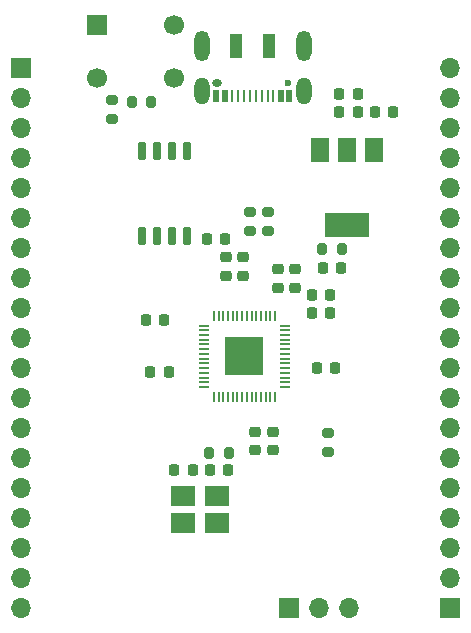
<source format=gbr>
%TF.GenerationSoftware,KiCad,Pcbnew,(6.0.7)*%
%TF.CreationDate,2023-07-30T21:01:36+08:00*%
%TF.ProjectId,RP2040 basic dev board,52503230-3430-4206-9261-736963206465,rev?*%
%TF.SameCoordinates,Original*%
%TF.FileFunction,Soldermask,Top*%
%TF.FilePolarity,Negative*%
%FSLAX46Y46*%
G04 Gerber Fmt 4.6, Leading zero omitted, Abs format (unit mm)*
G04 Created by KiCad (PCBNEW (6.0.7)) date 2023-07-30 21:01:36*
%MOMM*%
%LPD*%
G01*
G04 APERTURE LIST*
G04 Aperture macros list*
%AMRoundRect*
0 Rectangle with rounded corners*
0 $1 Rounding radius*
0 $2 $3 $4 $5 $6 $7 $8 $9 X,Y pos of 4 corners*
0 Add a 4 corners polygon primitive as box body*
4,1,4,$2,$3,$4,$5,$6,$7,$8,$9,$2,$3,0*
0 Add four circle primitives for the rounded corners*
1,1,$1+$1,$2,$3*
1,1,$1+$1,$4,$5*
1,1,$1+$1,$6,$7*
1,1,$1+$1,$8,$9*
0 Add four rect primitives between the rounded corners*
20,1,$1+$1,$2,$3,$4,$5,0*
20,1,$1+$1,$4,$5,$6,$7,0*
20,1,$1+$1,$6,$7,$8,$9,0*
20,1,$1+$1,$8,$9,$2,$3,0*%
G04 Aperture macros list end*
%ADD10R,1.700000X1.700000*%
%ADD11O,1.700000X1.700000*%
%ADD12RoundRect,0.225000X-0.225000X-0.250000X0.225000X-0.250000X0.225000X0.250000X-0.225000X0.250000X0*%
%ADD13RoundRect,0.225000X0.250000X-0.225000X0.250000X0.225000X-0.250000X0.225000X-0.250000X-0.225000X0*%
%ADD14RoundRect,0.200000X0.275000X-0.200000X0.275000X0.200000X-0.275000X0.200000X-0.275000X-0.200000X0*%
%ADD15RoundRect,0.225000X0.225000X0.250000X-0.225000X0.250000X-0.225000X-0.250000X0.225000X-0.250000X0*%
%ADD16R,2.100000X1.800000*%
%ADD17C,1.700000*%
%ADD18RoundRect,0.200000X-0.275000X0.200000X-0.275000X-0.200000X0.275000X-0.200000X0.275000X0.200000X0*%
%ADD19RoundRect,0.200000X-0.200000X-0.275000X0.200000X-0.275000X0.200000X0.275000X-0.200000X0.275000X0*%
%ADD20RoundRect,0.050000X-0.387500X-0.050000X0.387500X-0.050000X0.387500X0.050000X-0.387500X0.050000X0*%
%ADD21RoundRect,0.050000X-0.050000X-0.387500X0.050000X-0.387500X0.050000X0.387500X-0.050000X0.387500X0*%
%ADD22R,3.200000X3.200000*%
%ADD23RoundRect,0.225000X-0.250000X0.225000X-0.250000X-0.225000X0.250000X-0.225000X0.250000X0.225000X0*%
%ADD24RoundRect,0.218750X0.218750X0.256250X-0.218750X0.256250X-0.218750X-0.256250X0.218750X-0.256250X0*%
%ADD25RoundRect,0.150000X-0.150000X0.650000X-0.150000X-0.650000X0.150000X-0.650000X0.150000X0.650000X0*%
%ADD26O,0.850000X0.600000*%
%ADD27C,0.600000*%
%ADD28R,1.000000X2.000000*%
%ADD29R,0.520000X1.000000*%
%ADD30R,0.270000X1.000000*%
%ADD31O,1.300000X2.300000*%
%ADD32O,1.300000X2.600000*%
%ADD33R,1.500000X2.000000*%
%ADD34R,3.800000X2.000000*%
G04 APERTURE END LIST*
D10*
%TO.C,J1*%
X198175000Y-115375000D03*
D11*
X200715000Y-115375000D03*
X203255000Y-115375000D03*
%TD*%
D12*
%TO.C,C11*%
X200125000Y-90400000D03*
X201675000Y-90400000D03*
%TD*%
D13*
%TO.C,C8*%
X192800000Y-87275000D03*
X192800000Y-85725000D03*
%TD*%
D12*
%TO.C,C4*%
X191225000Y-84200000D03*
X192775000Y-84200000D03*
%TD*%
D10*
%TO.C,J3*%
X211800000Y-115400000D03*
D11*
X211800000Y-112860000D03*
X211800000Y-110320000D03*
X211800000Y-107780000D03*
X211800000Y-105240000D03*
X211800000Y-102700000D03*
X211800000Y-100160000D03*
X211800000Y-97620000D03*
X211800000Y-95080000D03*
X211800000Y-92540000D03*
X211800000Y-90000000D03*
X211800000Y-87460000D03*
X211800000Y-84920000D03*
X211800000Y-82380000D03*
X211800000Y-79840000D03*
X211800000Y-77300000D03*
X211800000Y-74760000D03*
X211800000Y-72220000D03*
X211800000Y-69680000D03*
%TD*%
D12*
%TO.C,C1*%
X202425000Y-71900000D03*
X203975000Y-71900000D03*
%TD*%
D14*
%TO.C,R6*%
X194850000Y-83510000D03*
X194850000Y-81860000D03*
%TD*%
D12*
%TO.C,C5*%
X191450000Y-103750000D03*
X193000000Y-103750000D03*
%TD*%
D15*
%TO.C,C13*%
X187975000Y-95400000D03*
X186425000Y-95400000D03*
%TD*%
D16*
%TO.C,Y1*%
X189175000Y-108200000D03*
X192075000Y-108200000D03*
X192075000Y-105900000D03*
X189175000Y-105900000D03*
%TD*%
D17*
%TO.C,SW1*%
X188450000Y-66050000D03*
D10*
X181950000Y-66050000D03*
D17*
X181950000Y-70550000D03*
X188450000Y-70550000D03*
%TD*%
D18*
%TO.C,R1*%
X183200000Y-72375000D03*
X183200000Y-74025000D03*
%TD*%
%TO.C,R5*%
X201500000Y-100575000D03*
X201500000Y-102225000D03*
%TD*%
D15*
%TO.C,C17*%
X187575000Y-91000000D03*
X186025000Y-91000000D03*
%TD*%
%TO.C,C3*%
X190000000Y-103750000D03*
X188450000Y-103750000D03*
%TD*%
D14*
%TO.C,R7*%
X196350000Y-83510000D03*
X196350000Y-81860000D03*
%TD*%
D19*
%TO.C,R4*%
X200975000Y-85000000D03*
X202625000Y-85000000D03*
%TD*%
D20*
%TO.C,U3*%
X190962500Y-91500000D03*
X190962500Y-91900000D03*
X190962500Y-92300000D03*
X190962500Y-92700000D03*
X190962500Y-93100000D03*
X190962500Y-93500000D03*
X190962500Y-93900000D03*
X190962500Y-94300000D03*
X190962500Y-94700000D03*
X190962500Y-95100000D03*
X190962500Y-95500000D03*
X190962500Y-95900000D03*
X190962500Y-96300000D03*
X190962500Y-96700000D03*
D21*
X191800000Y-97537500D03*
X192200000Y-97537500D03*
X192600000Y-97537500D03*
X193000000Y-97537500D03*
X193400000Y-97537500D03*
X193800000Y-97537500D03*
X194200000Y-97537500D03*
X194600000Y-97537500D03*
X195000000Y-97537500D03*
X195400000Y-97537500D03*
X195800000Y-97537500D03*
X196200000Y-97537500D03*
X196600000Y-97537500D03*
X197000000Y-97537500D03*
D20*
X197837500Y-96700000D03*
X197837500Y-96300000D03*
X197837500Y-95900000D03*
X197837500Y-95500000D03*
X197837500Y-95100000D03*
X197837500Y-94700000D03*
X197837500Y-94300000D03*
X197837500Y-93900000D03*
X197837500Y-93500000D03*
X197837500Y-93100000D03*
X197837500Y-92700000D03*
X197837500Y-92300000D03*
X197837500Y-91900000D03*
X197837500Y-91500000D03*
D21*
X197000000Y-90662500D03*
X196600000Y-90662500D03*
X196200000Y-90662500D03*
X195800000Y-90662500D03*
X195400000Y-90662500D03*
X195000000Y-90662500D03*
X194600000Y-90662500D03*
X194200000Y-90662500D03*
X193800000Y-90662500D03*
X193400000Y-90662500D03*
X193000000Y-90662500D03*
X192600000Y-90662500D03*
X192200000Y-90662500D03*
X191800000Y-90662500D03*
D22*
X194400000Y-94100000D03*
%TD*%
D10*
%TO.C,J2*%
X175500000Y-69680000D03*
D11*
X175500000Y-72220000D03*
X175500000Y-74760000D03*
X175500000Y-77300000D03*
X175500000Y-79840000D03*
X175500000Y-82380000D03*
X175500000Y-84920000D03*
X175500000Y-87460000D03*
X175500000Y-90000000D03*
X175500000Y-92540000D03*
X175500000Y-95080000D03*
X175500000Y-97620000D03*
X175500000Y-100160000D03*
X175500000Y-102700000D03*
X175500000Y-105240000D03*
X175500000Y-107780000D03*
X175500000Y-110320000D03*
X175500000Y-112860000D03*
X175500000Y-115400000D03*
%TD*%
D23*
%TO.C,C7*%
X196800000Y-100525000D03*
X196800000Y-102075000D03*
%TD*%
D24*
%TO.C,D1*%
X202587500Y-86600000D03*
X201012500Y-86600000D03*
%TD*%
D13*
%TO.C,C12*%
X198700000Y-88275000D03*
X198700000Y-86725000D03*
%TD*%
D25*
%TO.C,U2*%
X189505000Y-76700000D03*
X188235000Y-76700000D03*
X186965000Y-76700000D03*
X185695000Y-76700000D03*
X185695000Y-83900000D03*
X186965000Y-83900000D03*
X188235000Y-83900000D03*
X189505000Y-83900000D03*
%TD*%
D12*
%TO.C,C10*%
X200125000Y-88900000D03*
X201675000Y-88900000D03*
%TD*%
%TO.C,C16*%
X200525000Y-95100000D03*
X202075000Y-95100000D03*
%TD*%
%TO.C,C2*%
X202425000Y-73400000D03*
X203975000Y-73400000D03*
%TD*%
D19*
%TO.C,R3*%
X191400000Y-102250000D03*
X193050000Y-102250000D03*
%TD*%
D13*
%TO.C,C9*%
X197200000Y-88275000D03*
X197200000Y-86725000D03*
%TD*%
D26*
%TO.C,J4*%
X192100000Y-70950000D03*
D27*
X198100000Y-70950000D03*
D28*
X196500000Y-67850000D03*
X193700000Y-67850000D03*
D29*
X198200000Y-72050000D03*
X197450000Y-72050000D03*
D30*
X196850000Y-72050000D03*
X195350000Y-72050000D03*
X194350000Y-72050000D03*
X193350000Y-72050000D03*
D29*
X192750000Y-72050000D03*
X192000000Y-72050000D03*
X192000000Y-72050000D03*
X192750000Y-72050000D03*
D30*
X193850000Y-72050000D03*
X194850000Y-72050000D03*
X195850000Y-72050000D03*
X196350000Y-72050000D03*
D29*
X197450000Y-72050000D03*
X198200000Y-72050000D03*
D31*
X190780000Y-71675000D03*
X199420000Y-71675000D03*
D32*
X190780000Y-67850000D03*
X199420000Y-67850000D03*
%TD*%
D19*
%TO.C,R2*%
X184875000Y-72600000D03*
X186525000Y-72600000D03*
%TD*%
D12*
%TO.C,C6*%
X205425000Y-73400000D03*
X206975000Y-73400000D03*
%TD*%
D13*
%TO.C,C14*%
X194300000Y-87275000D03*
X194300000Y-85725000D03*
%TD*%
D23*
%TO.C,C15*%
X195300000Y-100525000D03*
X195300000Y-102075000D03*
%TD*%
D33*
%TO.C,U1*%
X205400000Y-76650000D03*
X203100000Y-76650000D03*
D34*
X203100000Y-82950000D03*
D33*
X200800000Y-76650000D03*
%TD*%
M02*

</source>
